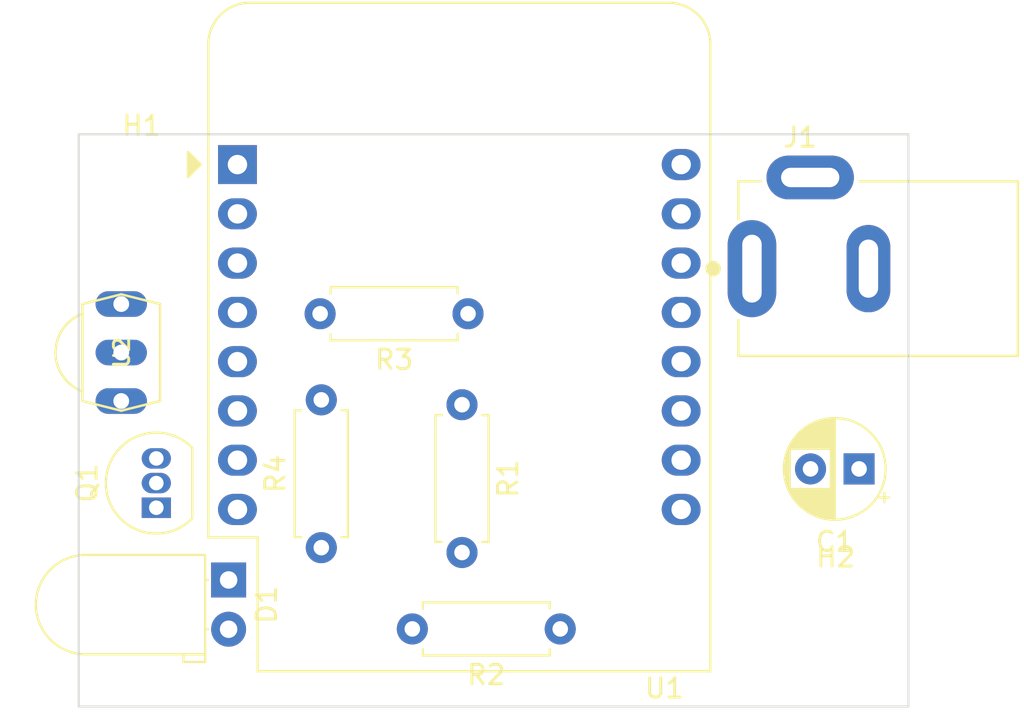
<source format=kicad_pcb>
(kicad_pcb (version 20211014) (generator pcbnew)
  (layers (0 "F.Cu" signal) (31 "B.Cu" signal) (34 "B.Paste" user) (35 "F.Paste" user) (36 "B.SilkS" user "B.Silkscreen") (37 "F.SilkS" user "F.Silkscreen") (38 "B.Mask" user) (39 "F.Mask" user) (44 "Edge.Cuts" user))
  (net 0 "")
  (net 1 "+5V")
  (net 2 "GND")
  (net 3 "Net-(D1-Pad1)")
  (net 4 "Net-(D1-Pad2)")
  (net 6 "Net-(Q1-Pad2)")
  (net 7 "IRout")
  (net 8 "IRin")
  (net 9 "Net-(R4-Pad1)")
  (net 10 "+3.3V")
  (footprint "Resistor_THT:R_Axial_DIN0207_L6.3mm_D2.5mm_P7.62mm_Horizontal" (layer "F.Cu") (at 129.56 81.5 180)
    (fp_text reference "R3" (at 3.81 -2.37) (layer "F.SilkS"))
    (fp_text value "100K")
    (fp_line (start 7.08 1.37) (end 7.08 1.04) (layer "F.SilkS") (width 0.12))
    (fp_line (start 0.54 1.37) (end 7.08 1.37) (layer "F.SilkS") (width 0.12))
    (fp_line (start 0.54 -1.37) (end 7.08 -1.37) (layer "F.SilkS") (width 0.12))
    (fp_line (start 0.54 1.04) (end 0.54 1.37) (layer "F.SilkS") (width 0.12))
    (fp_line (start 7.08 -1.37) (end 7.08 -1.04) (layer "F.SilkS") (width 0.12))
    (fp_line (start 0.54 -1.04) (end 0.54 -1.37) (layer "F.SilkS") (width 0.12))
    (pad "1" thru_hole circle (at 0 0 180) (size 1.6 1.6) (drill 0.8) (layers *.Cu *.Mask) (net 2 "GND"))
    (pad "2" thru_hole oval (at 7.62 0 180) (size 1.6 1.6) (drill 0.8) (layers *.Cu *.Mask) (net 8 "IRin"))
  )
  (footprint "Resistor_THT:R_Axial_DIN0207_L6.3mm_D2.5mm_P7.62mm_Horizontal" (layer "F.Cu") (at 129.25 86.19 -90)
    (fp_text reference "R1" (at 3.81 -2.37 90) (layer "F.SilkS"))
    (fp_text value "1K2")
    (fp_line (start 0.54 -1.37) (end 7.08 -1.37) (layer "F.SilkS") (width 0.12))
    (fp_line (start 0.54 1.04) (end 0.54 1.37) (layer "F.SilkS") (width 0.12))
    (fp_line (start 0.54 -1.04) (end 0.54 -1.37) (layer "F.SilkS") (width 0.12))
    (fp_line (start 7.08 1.37) (end 7.08 1.04) (layer "F.SilkS") (width 0.12))
    (fp_line (start 0.54 1.37) (end 7.08 1.37) (layer "F.SilkS") (width 0.12))
    (fp_line (start 7.08 -1.37) (end 7.08 -1.04) (layer "F.SilkS") (width 0.12))
    (pad "1" thru_hole circle (at 0 0 270) (size 1.6 1.6) (drill 0.8) (layers *.Cu *.Mask) (net 7 "IRout"))
    (pad "2" thru_hole oval (at 7.62 0 270) (size 1.6 1.6) (drill 0.8) (layers *.Cu *.Mask) (net 6 "Net-(Q1-Pad2)"))
  )
  (footprint "Module:WEMOS_D1_mini_light" (layer "F.Cu") (at 117.680225 73.81)
    (fp_text reference "U1" (at 22 27) (layer "F.SilkS"))
    (fp_text value "WeMos_D1_mini")
    (fp_line (start -1.5 19.22) (end -1.5 -6.21) (layer "F.SilkS") (width 0.12))
    (fp_line (start 1.04 26.12) (end 24.36 26.12) (layer "F.SilkS") (width 0.12))
    (fp_line (start -1.5 19.22) (end 1.04 19.22) (layer "F.SilkS") (width 0.12))
    (fp_line (start 1.04 19.22) (end 1.04 26.12) (layer "F.SilkS") (width 0.12))
    (fp_line (start 22.24 -8.34) (end 0.63 -8.34) (layer "F.SilkS") (width 0.12))
    (fp_line (start 24.36 26.12) (end 24.36 -6.21) (layer "F.SilkS") (width 0.12))
    (fp_arc (start -1.5 -6.21) (mid -0.876137 -7.716137) (end 0.63 -8.34) (layer "F.SilkS") (width 0.12))
    (fp_arc (start 22.23 -8.34) (mid 23.736137 -7.716137) (end 24.36 -6.21) (layer "F.SilkS") (width 0.12))
    (fp_poly (pts (xy -2.54 -0.635) (xy -2.54 0.635) (xy -1.905 0)) (layer "F.SilkS") (width 0.15) (fill solid))
    (pad "1" thru_hole rect (at 0 0) (size 2 2) (drill 1) (layers *.Cu *.Mask))
    (pad "2" thru_hole oval (at 0 2.54) (size 2 1.6) (drill 1) (layers *.Cu *.Mask))
    (pad "3" thru_hole oval (at 0 5.08) (size 2 1.6) (drill 1) (layers *.Cu *.Mask))
    (pad "4" thru_hole oval (at 0 7.62) (size 2 1.6) (drill 1) (layers *.Cu *.Mask) (net 8 "IRin"))
    (pad "5" thru_hole oval (at 0 10.16) (size 2 1.6) (drill 1) (layers *.Cu *.Mask))
    (pad "6" thru_hole oval (at 0 12.7) (size 2 1.6) (drill 1) (layers *.Cu *.Mask))
    (pad "7" thru_hole oval (at 0 15.24) (size 2 1.6) (drill 1) (layers *.Cu *.Mask))
    (pad "8" thru_hole oval (at 0 17.78) (size 2 1.6) (drill 1) (layers *.Cu *.Mask) (net 10 "+3.3V"))
    (pad "9" thru_hole oval (at 22.86 17.78) (size 2 1.6) (drill 1) (layers *.Cu *.Mask) (net 1 "+5V"))
    (pad "10" thru_hole oval (at 22.86 15.24) (size 2 1.6) (drill 1) (layers *.Cu *.Mask) (net 2 "GND"))
    (pad "11" thru_hole oval (at 22.86 12.7) (size 2 1.6) (drill 1) (layers *.Cu *.Mask))
    (pad "12" thru_hole oval (at 22.86 10.16) (size 2 1.6) (drill 1) (layers *.Cu *.Mask))
    (pad "13" thru_hole oval (at 22.86 7.62) (size 2 1.6) (drill 1) (layers *.Cu *.Mask) (net 7 "IRout"))
    (pad "14" thru_hole oval (at 22.86 5.08) (size 2 1.6) (drill 1) (layers *.Cu *.Mask))
    (pad "15" thru_hole oval (at 22.86 2.54) (size 2 1.6) (drill 1) (layers *.Cu *.Mask))
    (pad "16" thru_hole oval (at 22.86 0) (size 2 1.6) (drill 1) (layers *.Cu *.Mask))
  )
  (footprint "Resistor_THT:R_Axial_DIN0207_L6.3mm_D2.5mm_P7.62mm_Horizontal" (layer "F.Cu") (at 134.31 97.75 180)
    (fp_text reference "R2" (at 3.81 -2.37) (layer "F.SilkS"))
    (fp_text value "82R")
    (fp_line (start 7.08 -1.37) (end 7.08 -1.04) (layer "F.SilkS") (width 0.12))
    (fp_line (start 0.54 -1.37) (end 7.08 -1.37) (layer "F.SilkS") (width 0.12))
    (fp_line (start 0.54 1.37) (end 7.08 1.37) (layer "F.SilkS") (width 0.12))
    (fp_line (start 7.08 1.37) (end 7.08 1.04) (layer "F.SilkS") (width 0.12))
    (fp_line (start 0.54 1.04) (end 0.54 1.37) (layer "F.SilkS") (width 0.12))
    (fp_line (start 0.54 -1.04) (end 0.54 -1.37) (layer "F.SilkS") (width 0.12))
    (pad "1" thru_hole circle (at 0 0 180) (size 1.6 1.6) (drill 0.8) (layers *.Cu *.Mask) (net 1 "+5V"))
    (pad "2" thru_hole oval (at 7.62 0 180) (size 1.6 1.6) (drill 0.8) (layers *.Cu *.Mask) (net 4 "Net-(D1-Pad2)"))
  )
  (footprint "Resistor_THT:R_Axial_DIN0207_L6.3mm_D2.5mm_P7.62mm_Horizontal" (layer "F.Cu") (at 122 93.56 90)
    (fp_text reference "R4" (at 3.81 -2.37 90) (layer "F.SilkS"))
    (fp_text value "100R")
    (fp_line (start 0.54 -1.37) (end 7.08 -1.37) (layer "F.SilkS") (width 0.12))
    (fp_line (start 0.54 1.37) (end 7.08 1.37) (layer "F.SilkS") (width 0.12))
    (fp_line (start 7.08 -1.37) (end 7.08 -1.04) (layer "F.SilkS") (width 0.12))
    (fp_line (start 7.08 1.37) (end 7.08 1.04) (layer "F.SilkS") (width 0.12))
    (fp_line (start 0.54 -1.04) (end 0.54 -1.37) (layer "F.SilkS") (width 0.12))
    (fp_line (start 0.54 1.04) (end 0.54 1.37) (layer "F.SilkS") (width 0.12))
    (pad "1" thru_hole circle (at 0 0 90) (size 1.6 1.6) (drill 0.8) (layers *.Cu *.Mask) (net 9 "Net-(R4-Pad1)"))
    (pad "2" thru_hole oval (at 7.62 0 90) (size 1.6 1.6) (drill 0.8) (layers *.Cu *.Mask) (net 10 "+3.3V"))
  )
  (footprint "Capacitor_THT:CP_Radial_D5.0mm_P2.50mm" (layer "F.Cu") (at 149.705113 89.5 180)
    (fp_text reference "C1" (at 1.25 -3.75) (layer "F.SilkS"))
    (fp_text value "10uF")
    (fp_line (start 2.011 1.04) (end 2.011 2.468) (layer "F.SilkS") (width 0.12))
    (fp_line (start 1.53 -2.565) (end 1.53 -1.04) (layer "F.SilkS") (width 0.12))
    (fp_line (start 2.291 -2.365) (end 2.291 -1.04) (layer "F.SilkS") (width 0.12))
    (fp_line (start 3.251 1.04) (end 3.251 1.653) (layer "F.SilkS") (width 0.12))
    (fp_line (start 2.091 -2.442) (end 2.091 -1.04) (layer "F.SilkS") (width 0.12))
    (fp_line (start 1.85 -2.511) (end 1.85 -1.04) (layer "F.SilkS") (width 0.12))
    (fp_line (start 3.051 -1.864) (end 3.051 -1.04) (layer "F.SilkS") (width 0.12))
    (fp_line (start 2.011 -2.468) (end 2.011 -1.04) (layer "F.SilkS") (width 0.12))
    (fp_line (start 3.171 -1.743) (end 3.171 -1.04) (layer "F.SilkS") (width 0.12))
    (fp_line (start 2.331 1.04) (end 2.331 2.348) (layer "F.SilkS") (width 0.12))
    (fp_line (start 2.771 -2.095) (end 2.771 -1.04) (layer "F.SilkS") (width 0.12))
    (fp_line (start 2.131 -2.428) (end 2.131 -1.04) (layer "F.SilkS") (width 0.12))
    (fp_line (start 2.731 -2.122) (end 2.731 -1.04) (layer "F.SilkS") (width 0.12))
    (fp_line (start 2.771 1.04) (end 2.771 2.095) (layer "F.SilkS") (width 0.12))
    (fp_line (start 1.37 -2.578) (end 1.37 2.578) (layer "F.SilkS") (width 0.12))
    (fp_line (start 2.171 1.04) (end 2.171 2.414) (layer "F.SilkS") (width 0.12))
    (fp_line (start 3.051 1.04) (end 3.051 1.864) (layer "F.SilkS") (width 0.12))
    (fp_line (start 2.611 -2.2) (end 2.611 -1.04) (layer "F.SilkS") (width 0.12))
    (fp_line (start 3.331 -1.554) (end 3.331 -1.04) (layer "F.SilkS") (width 0.12))
    (fp_line (start 2.291 1.04) (end 2.291 2.365) (layer "F.SilkS") (width 0.12))
    (fp_line (start 3.211 -1.699) (end 3.211 -1.04) (layer "F.SilkS") (width 0.12))
    (fp_line (start 1.45 -2.573) (end 1.45 2.573) (layer "F.SilkS") (width 0.12))
    (fp_line (start 2.931 1.04) (end 2.931 1.971) (layer "F.SilkS") (width 0.12))
    (fp_line (start 1.69 1.04) (end 1.69 2.543) (layer "F.SilkS") (width 0.12))
    (fp_line (start 2.451 -2.29) (end 2.451 -1.04) (layer "F.SilkS") (width 0.12))
    (fp_line (start 1.93 -2.491) (end 1.93 -1.04) (layer "F.SilkS") (width 0.12))
    (fp_line (start 3.011 1.04) (end 3.011 1.901) (layer "F.SilkS") (width 0.12))
    (fp_line (start 1.73 -2.536) (end 1.73 -1.04) (layer "F.SilkS") (width 0.12))
    (fp_line (start 2.091 1.04) (end 2.091 2.442) (layer "F.SilkS") (width 0.12))
    (fp_line (start 1.65 1.04) (end 1.65 2.55) (layer "F.SilkS") (width 0.12))
    (fp_line (start 2.131 1.04) (end 2.131 2.428) (layer "F.SilkS") (width 0.12))
    (fp_line (start 2.051 -2.455) (end 2.051 -1.04) (layer "F.SilkS") (width 0.12))
    (fp_line (start 3.171 1.04) (end 3.171 1.743) (layer "F.SilkS") (width 0.12))
    (fp_line (start 3.291 -1.605) (end 3.291 -1.04) (layer "F.SilkS") (width 0.12))
    (fp_line (start 1.77 -2.528) (end 1.77 -1.04) (layer "F.SilkS") (width 0.12))
    (fp_line (start 3.451 1.04) (end 3.451 1.383) (layer "F.SilkS") (width 0.12))
    (fp_line (start 3.011 -1.901) (end 3.011 -1.04) (layer "F.SilkS") (width 0.12))
    (fp_line (start 3.091 1.04) (end 3.091 1.826) (layer "F.SilkS") (width 0.12))
    (fp_line (start 1.69 -2.543) (end 1.69 -1.04) (layer "F.SilkS") (width 0.12))
    (fp_line (start 2.611 1.04) (end 2.611 2.2) (layer "F.SilkS") (width 0.12))
    (fp_line (start 3.251 -1.653) (end 3.251 -1.04) (layer "F.SilkS") (width 0.12))
    (fp_line (start 1.53 1.04) (end 1.53 2.565) (layer "F.SilkS") (width 0.12))
    (fp_line (start 3.131 -1.785) (end 3.131 -1.04) (layer "F.SilkS") (width 0.12))
    (fp_line (start 2.571 -2.224) (end 2.571 -1.04) (layer "F.SilkS") (width 0.12))
    (fp_line (start 2.251 -2.382) (end 2.251 -1.04) (layer "F.SilkS") (width 0.12))
    (fp_line (start 1.57 -2.561) (end 1.57 -1.04) (layer "F.SilkS") (width 0.12))
    (fp_line (start 1.93 1.04) (end 1.93 2.491) (layer "F.SilkS") (width 0.12))
    (fp_line (start 2.811 1.04) (end 2.811 2.065) (layer "F.SilkS") (width 0.12))
    (fp_line (start 3.451 -1.383) (end 3.451 -1.04) (layer "F.SilkS") (width 0.12))
    (fp_line (start 2.491 1.04) (end 2.491 2.268) (layer "F.SilkS") (width 0.12))
    (fp_line (start 3.851 -0.284) (end 3.851 0.284) (layer "F.SilkS") (width 0.12))
    (fp_line (start 1.33 -2.579) (end 1.33 2.579) (layer "F.SilkS") (width 0.12))
    (fp_line (start 2.651 1.04) (end 2.651 2.175) (layer "F.SilkS") (width 0.12))
    (fp_line (start 3.371 1.04) (end 3.371 1.5) (layer "F.SilkS") (width 0.12))
    (fp_line (start 2.571 1.04) (end 2.571 2.224) (layer "F.SilkS") (width 0.12))
    (fp_line (start 1.89 1.04) (end 1.89 2.501) (layer "F.SilkS") (width 0.12))
    (fp_line (start 3.611 -1.098) (end 3.611 1.098) (layer "F.SilkS") (width 0.12))
    (fp_line (start 1.65 -2.55) (end 1.65 -1.04) (layer "F.SilkS") (width 0.12))
    (fp_line (start 1.49 -2.569) (end 1.49 -1.04) (layer "F.SilkS") (width 0.12))
    (fp_line (start 2.851 1.04) (end 2.851 2.035) (layer "F.SilkS") (width 0.12))
    (fp_line (start 2.211 1.04) (end 2.211 2.398) (layer "F.SilkS") (width 0.12))
    (fp_line (start 2.851 -2.035) (end 2.851 -1.04) (layer "F.SilkS") (width 0.12))
    (fp_line (start 1.61 1.04) (end 1.61 2.556) (layer "F.SilkS") (width 0.12))
    (fp_line (start 2.651 -2.175) (end 2.651 -1.04) (layer "F.SilkS") (width 0.12))
    (fp_line (start 2.691 -2.149) (end 2.691 -1.04) (layer "F.SilkS") (width 0.12))
    (fp_line (start 1.41 -2.576) (end 1.41 2.576) (layer "F.SilkS") (width 0.12))
    (fp_line (start 1.25 -2.58) (end 1.25 2.58) (layer "F.SilkS") (width 0.12))
    (fp_line (start 2.411 1.04) (end 2.411 2.31) (layer "F.SilkS") (width 0.12))
    (fp_line (start 3.331 1.04) (end 3.331 1.554) (layer "F.SilkS") (width 0.12))
    (fp_line (start 3.531 -1.251) (end 3.531 -1.04) (layer "F.SilkS") (width 0.12))
    (fp_line (start 1.89 -2.501) (end 1.89 -1.04) (layer "F.SilkS") (width 0.12))
    (fp_line (start 2.211 -2.398) (end 2.211 -1.04) (layer "F.SilkS") (width 0.12))
    (fp_line (start 3.771 -0.677) (end 3.771 0.677) (layer "F.SilkS") (width 0.12))
    (fp_line (start 3.731 -0.805) (end 3.731 0.805) (layer "F.SilkS") (width 0.12))
    (fp_line (start 2.971 1.04) (end 2.971 1.937) (layer "F.SilkS") (width 0.12))
    (fp_line (start 3.691 -0.915) (end 3.691 0.915) (layer "F.SilkS") (width 0.12))
    (fp_line (start 3.491 1.04) (end 3.491 1.319) (layer "F.SilkS") (width 0.12))
    (fp_line (start 1.81 1.04) (end 1.81 2.52) (layer "F.SilkS") (width 0.12))
    (fp_line (start 2.971 -1.937) (end 2.971 -1.04) (layer "F.SilkS") (width 0.12))
    (fp_line (start 1.57 1.04) (end 1.57 2.561) (layer "F.SilkS") (width 0.12))
    (fp_line (start 2.411 -2.31) (end 2.411 -1.04) (layer "F.SilkS") (width 0.12))
    (fp_line (start 2.451 1.04) (end 2.451 2.29) (layer "F.SilkS") (width 0.12))
    (fp_line (start -1.304775 -1.725) (end -1.304775 -1.225) (layer "F.SilkS") (width 0.12))
    (fp_line (start 2.491 -2.268) (end 2.491 -1.04) (layer "F.SilkS") (width 0.12))
    (fp_line (start 3.371 -1.5) (end 3.371 -1.04) (layer "F.SilkS") (width 0.12))
    (fp_line (start 2.931 -1.971) (end 2.931 -1.04) (layer "F.SilkS") (width 0.12))
    (fp_line (start 1.85 1.04) (end 1.85 2.511) (layer "F.SilkS") (width 0.12))
    (fp_line (start 1.77 1.04) (end 1.77 2.528) (layer "F.SilkS") (width 0.12))
    (fp_line (start 2.331 -2.348) (end 2.331 -1.04) (layer "F.SilkS") (width 0.12))
    (fp_line (start -1.554775 -1.475) (end -1.054775 -1.475) (layer "F.SilkS") (width 0.12))
    (fp_line (start 3.491 -1.319) (end 3.491 -1.04) (layer "F.SilkS") (width 0.12))
    (fp_line (start 2.251 1.04) (end 2.251 2.382) (layer "F.SilkS") (width 0.12))
    (fp_line (start 2.371 -2.329) (end 2.371 -1.04) (layer "F.SilkS") (width 0.12))
    (fp_line (start 2.691 1.04) (end 2.691 2.149) (layer "F.SilkS") (width 0.12))
    (fp_line (start 3.411 -1.443) (end 3.411 -1.04) (layer "F.SilkS") (width 0.12))
    (fp_line (start 1.29 -2.58) (end 1.29 2.58) (layer "F.SilkS") (width 0.12))
    (fp_line (start 1.971 -2.48) (end 1.971 -1.04) (layer "F.SilkS") (width 0.12))
    (fp_line (start 1.49 1.04) (end 1.49 2.569) (layer "F.SilkS") (width 0.12))
    (fp_line (start 3.651 -1.011) (end 3.651 1.011) (layer "F.SilkS") (width 0.12))
    (fp_line (start 2.051 1.04) (end 2.051 2.455) (layer "F.SilkS") (width 0.12))
    (fp_line (start 3.531 1.04) (end 3.531 1.251) (layer "F.SilkS") (width 0.12))
    (fp_line (start 2.371 1.04) (end 2.371 2.329) (layer "F.SilkS") (width 0.12))
    (fp_line (start 2.891 1.04) (end 2.891 2.004) (layer "F.SilkS") (width 0.12))
    (fp_line (start 2.531 1.04) (end 2.531 2.247) (layer "F.SilkS") (width 0.12))
    (fp_line (start 3.211 1.04) (end 3.211 1.699) (layer "F.SilkS") (width 0.12))
    (fp_line (start 1.73 1.04) (end 1.73 2.536) (layer "F.SilkS") (width 0.12))
    (fp_line (start 2.891 -2.004) (end 2.891 -1.04) (layer "F.SilkS") (width 0.12))
    (fp_line (start 3.131 1.04) (end 3.131 1.785) (layer "F.SilkS") (width 0.12))
    (fp_line (start 2.531 -2.247) (end 2.531 -1.04) (layer "F.SilkS") (width 0.12))
    (fp_line (start 2.171 -2.414) (end 2.171 -1.04) (layer "F.SilkS") (width 0.12))
    (fp_line (start 1.61 -2.556) (end 1.61 -1.04) (layer "F.SilkS") (width 0.12))
    (fp_line (start 3.811 -0.518) (end 3.811 0.518) (layer "F.SilkS") (width 0.12))
    (fp_line (start 1.971 1.04) (end 1.971 2.48) (layer "F.SilkS") (width 0.12))
    (fp_line (start 2.811 -2.065) (end 2.811 -1.04) (layer "F.SilkS") (width 0.12))
    (fp_line (start 3.571 -1.178) (end 3.571 1.178) (layer "F.SilkS") (width 0.12))
    (fp_line (start 2.731 1.04) (end 2.731 2.122) (layer "F.SilkS") (width 0.12))
    (fp_line (start 1.81 -2.52) (end 1.81 -1.04) (layer "F.SilkS") (width 0.12))
    (fp_line (start 3.291 1.04) (end 3.291 1.605) (layer "F.SilkS") (width 0.12))
    (fp_line (start 3.091 -1.826) (end 3.091 -1.04) (layer "F.SilkS") (width 0.12))
    (fp_line (start 3.411 1.04) (end 3.411 1.443) (layer "F.SilkS") (width 0.12))
    (fp_circle (center 1.25 0) (end 3.87 0) (layer "F.SilkS") (width 0.12) (fill none))
    (pad "1" thru_hole rect (at 0 0 180) (size 1.6 1.6) (drill 0.8) (layers *.Cu *.Mask) (net 1 "+5V"))
    (pad "2" thru_hole circle (at 2.5 0 180) (size 1.6 1.6) (drill 0.8) (layers *.Cu *.Mask) (net 2 "GND"))
  )
  (footprint "MountingHole:MountingHole_2.7mm" (layer "F.Cu") (at 148.5 97.75)
    (fp_text reference "H2" (at 0 -3.7) (layer "F.SilkS"))
    (fp_text value "MountingHole")
    (pad "" np_thru_hole circle (at 0 0) (size 2.7 2.7) (drill 2.7) (layers *.Cu *.Mask))
  )
  (footprint "footprints:TSOP18XX" (layer "F.Cu") (at 111.719601 83.5012 -90)
    (fp_text reference "U2" (at 0 0 90) (layer "F.SilkS") (effects (font (size 0.787402 0.787402))))
    (fp_text value "TSOP1838")
    (fp_line (start -2.5012 -1.9734) (end 2.4988 -1.9734) (layer "F.SilkS") (width 0.127))
    (fp_line (start 2.4988 -1.9734) (end 2.9988 0.0266) (layer "F.SilkS") (width 0.127))
    (fp_line (start -2.0012 2.0266) (end -2.5012 2.0266) (layer "F.SilkS") (width 0.127))
    (fp_line (start -3.0012 0.0266) (end -2.5012 -1.9734) (layer "F.SilkS") (width 0.127))
    (fp_line (start 2.4988 2.0266) (end 1.9988 2.0266) (layer "F.SilkS") (width 0.127))
    (fp_line (start -2.5012 2.0266) (end -3.0012 0.0266) (layer "F.SilkS") (width 0.127))
    (fp_line (start 1.9988 2.0266) (end -2.0012 2.0266) (layer "F.SilkS") (width 0.127))
    (fp_line (start 2.9988 0.0266) (end 2.4988 2.0266) (layer "F.SilkS") (width 0.127))
    (fp_arc (start 1.9988 2.0266) (mid -0.0012 3.412602) (end -2.0012 2.0266) (layer "F.SilkS") (width 0.127))
    (pad "GND" thru_hole oval locked (at -0.0012 0.0266 270) (size 1.3208 2.6416) (drill 0.8128) (layers *.Cu *.Mask) (net 2 "GND"))
    (pad "OUT" thru_hole oval locked (at -2.5012 0.0266 270) (size 1.3208 2.6416) (drill 0.8128) (layers *.Cu *.Mask) (net 8 "IRin"))
    (pad "VCC" thru_hole oval locked (at 2.4988 0.0266 270) (size 1.3208 2.6416) (drill 0.8128) (layers *.Cu *.Mask) (net 9 "Net-(R4-Pad1)"))
  )
  (footprint "Package_TO_SOT_THT:TO-92_Inline" (layer "F.Cu") (at 113.5 91.5 90)
    (fp_text reference "Q1" (at 1.27 -3.56 90) (layer "F.SilkS"))
    (fp_text value "BC548")
    (fp_line (start -0.53 1.85) (end 3.07 1.85) (layer "F.SilkS") (width 0.12))
    (fp_arc (start 1.27 -2.6) (mid 3.672087 -0.994977) (end 3.108478 1.838478) (layer "F.SilkS") (width 0.12))
    (fp_arc (start -0.568478 1.838478) (mid -1.132087 -0.994977) (end 1.27 -2.6) (layer "F.SilkS") (width 0.12))
    (pad "1" thru_hole rect (at 0 0 90) (size 1.05 1.5) (drill 0.75) (layers *.Cu *.Mask) (net 3 "Net-(D1-Pad1)"))
    (pad "2" thru_hole oval (at 1.27 0 90) (size 1.05 1.5) (drill 0.75) (layers *.Cu *.Mask) (net 6 "Net-(Q1-Pad2)"))
    (pad "3" thru_hole oval (at 2.54 0 90) (size 1.05 1.5) (drill 0.75) (layers *.Cu *.Mask) (net 2 "GND"))
  )
  (footprint "LED_THT:LED_D5.0mm_Horizontal_O1.27mm_Z3.0mm" (layer "F.Cu") (at 117.225 95.225 -90)
    (fp_text reference "D1" (at 1.27 -1.96 90) (layer "F.SilkS"))
    (fp_text value "LED IR")
    (fp_line (start 0 1.21) (end 0 1.21) (layer "F.SilkS") (width 0.12))
    (fp_line (start 2.54 1.21) (end 2.54 1.08) (layer "F.SilkS") (width 0.12))
    (fp_line (start 2.54 1.08) (end 2.54 1.21) (layer "F.SilkS") (width 0.12))
    (fp_line (start 3.83 2.33) (end 3.83 1.21) (layer "F.SilkS") (width 0.12))
    (fp_line (start 0 1.08) (end 0 1.08) (layer "F.SilkS") (width 0.12))
    (fp_line (start 2.54 1.21) (end 2.54 1.21) (layer "F.SilkS") (width 0.12))
    (fp_line (start -1.29 1.21) (end -1.29 7.37) (layer "F.SilkS") (width 0.12))
    (fp_line (start 4.23 1.21) (end 4.23 2.33) (layer "F.SilkS") (width 0.12))
    (fp_line (start -1.29 1.21) (end 3.83 1.21) (layer "F.SilkS") (width 0.12))
    (fp_line (start 3.83 1.21) (end 4.23 1.21) (layer "F.SilkS") (width 0.12))
    (fp_line (start 3.83 1.21) (end 3.83 7.37) (layer "F.SilkS") (width 0.12))
    (fp_line (start 4.23 2.33) (end 3.83 2.33) (layer "F.SilkS") (width 0.12))
    (fp_line (start 2.54 1.08) (end 2.54 1.08) (layer "F.SilkS") (width 0.12))
    (fp_line (start 0 1.08) (end 0 1.21) (layer "F.SilkS") (width 0.12))
    (fp_line (start 0 1.21) (end 0 1.08) (layer "F.SilkS") (width 0.12))
    (fp_arc (start 3.83 7.37) (mid 1.27 9.93) (end -1.29 7.37) (layer "F.SilkS") (width 0.12))
    (pad "1" thru_hole rect (at 0 0 270) (size 1.8 1.8) (drill 0.9) (layers *.Cu *.Mask) (net 3 "Net-(D1-Pad1)"))
    (pad "2" thru_hole circle (at 2.54 0 270) (size 1.8 1.8) (drill 0.9) (layers *.Cu *.Mask) (net 4 "Net-(D1-Pad2)"))
  )
  (footprint "footprints:CUI_PJ-002B" (layer "F.Cu") (at 144.1875 79.175)
    (fp_text reference "J1" (at 2.486547 -6.769195) (layer "F.SilkS") (effects (font (size 1.000622 1.000622))))
    (fp_text value "PJ-002B")
    (fp_line (start -0.7 -2.55) (end -0.7 -4.5) (layer "F.SilkS") (width 0.127))
    (fp_line (start -0.7 4.5) (end -0.7 2.65) (layer "F.SilkS") (width 0.127))
    (fp_line (start -0.7 -4.5) (end 0.45 -4.5) (layer "F.SilkS") (width 0.127))
    (fp_line (start 13.7 -4.5) (end 13.7 4.5) (layer "F.SilkS") (width 0.127))
    (fp_line (start 13.7 4.5) (end -0.7 4.5) (layer "F.SilkS") (width 0.127))
    (fp_line (start 5.55 -4.5) (end 13.7 -4.5) (layer "F.SilkS") (width 0.127))
    (fp_circle (center -2 0) (end -1.8 0) (layer "F.SilkS") (width 0.4) (fill none))
    (pad "1" thru_hole oval locked (at 0 0) (size 2.5 5) (drill oval 1 3.5) (layers *.Cu *.Mask) (net 1 "+5V"))
    (pad "2" thru_hole oval locked (at 6 0) (size 2.25 4.5) (drill oval 1 3) (layers *.Cu *.Mask) (net 2 "GND"))
    (pad "3" thru_hole oval locked (at 3 -4.7) (size 4.5 2.25) (drill oval 3 1) (layers *.Cu *.Mask))
  )
  (footprint "MountingHole:MountingHole_2.7mm" (layer "F.Cu") (at 112.75 75.5)
    (fp_text reference "H1" (at 0 -3.7) (layer "F.SilkS"))
    (fp_text value "MountingHole")
    (pad "" np_thru_hole circle (at 0 0) (size 2.7 2.7) (drill 2.7) (layers *.Cu *.Mask))
  )
  (gr_rect (start 109.5 72.25) (end 152.25 101.75) (layer "Edge.Cuts") (width 0.1) (fill none))
)
</source>
